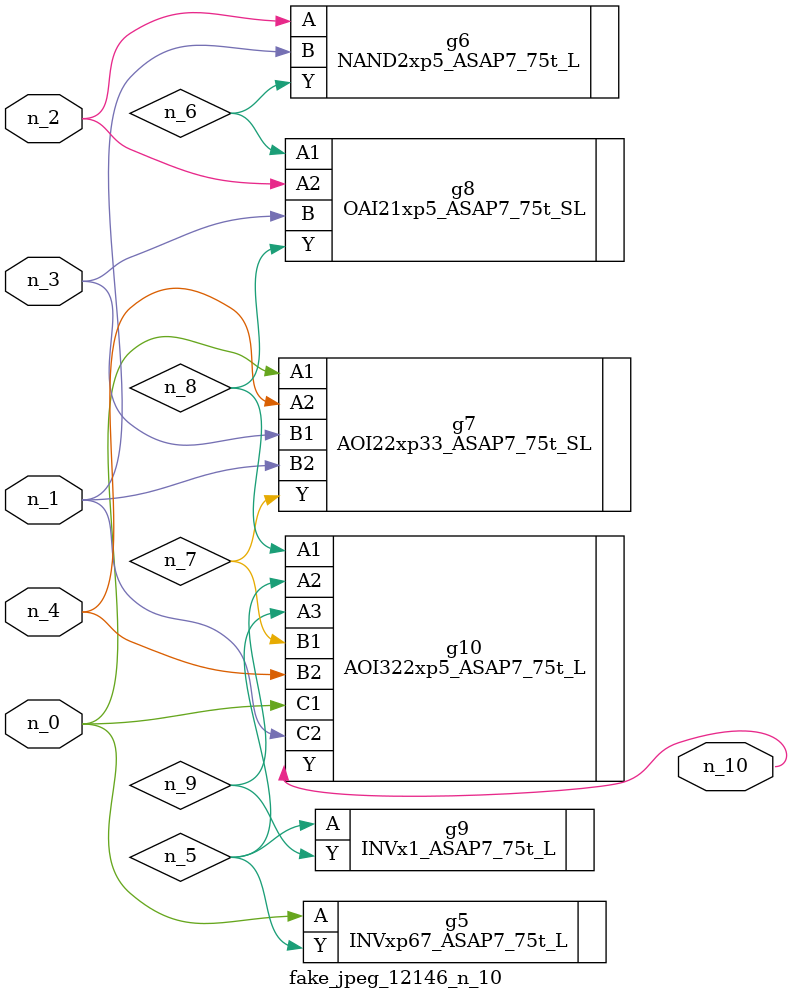
<source format=v>
module fake_jpeg_12146_n_10 (n_3, n_2, n_1, n_0, n_4, n_10);

input n_3;
input n_2;
input n_1;
input n_0;
input n_4;

output n_10;

wire n_8;
wire n_9;
wire n_6;
wire n_5;
wire n_7;

INVxp67_ASAP7_75t_L g5 ( 
.A(n_0),
.Y(n_5)
);

NAND2xp5_ASAP7_75t_L g6 ( 
.A(n_2),
.B(n_1),
.Y(n_6)
);

AOI22xp33_ASAP7_75t_SL g7 ( 
.A1(n_0),
.A2(n_4),
.B1(n_3),
.B2(n_1),
.Y(n_7)
);

OAI21xp5_ASAP7_75t_SL g8 ( 
.A1(n_6),
.A2(n_2),
.B(n_3),
.Y(n_8)
);

AOI322xp5_ASAP7_75t_L g10 ( 
.A1(n_8),
.A2(n_9),
.A3(n_5),
.B1(n_7),
.B2(n_4),
.C1(n_0),
.C2(n_1),
.Y(n_10)
);

INVx1_ASAP7_75t_L g9 ( 
.A(n_5),
.Y(n_9)
);


endmodule
</source>
